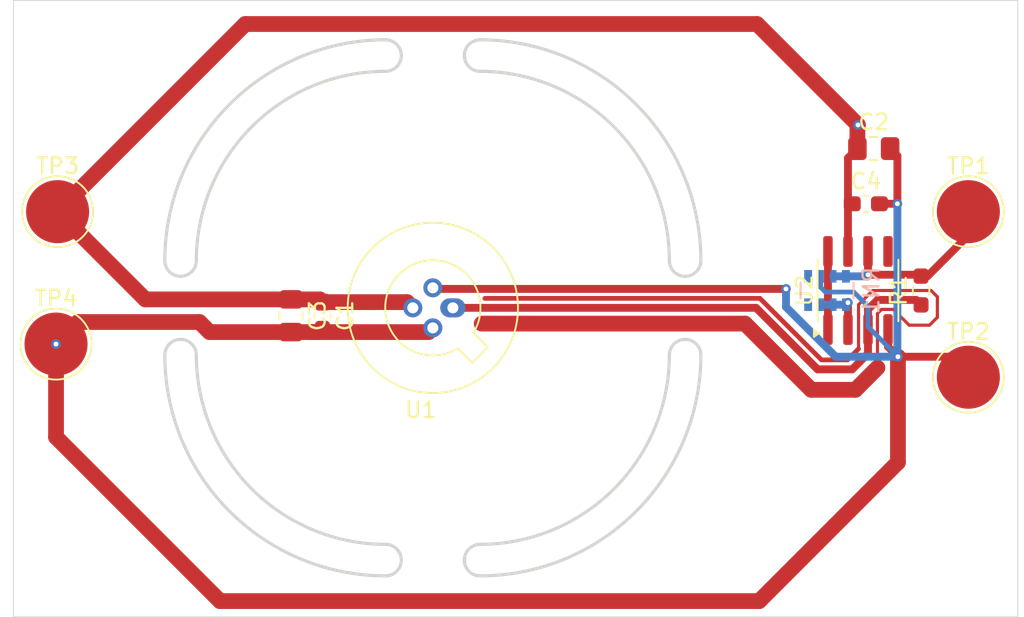
<source format=kicad_pcb>
(kicad_pcb (version 20240108) (generator "pcbnew") (generator_version "8.0")
  (layers (0 "F.Cu" signal) (31 "B.Cu" signal) (34 "B.Paste" user) (35 "F.Paste" user) (36 "B.SilkS" user "B.Silkscreen") (37 "F.SilkS" user "F.Silkscreen") (38 "B.Mask" user) (39 "F.Mask" user) (44 "Edge.Cuts" user))
  (net 0 "")
  (net 1 "vcc")
  (net 2 "GND")
  (net 3 "Net-(U2-+)")
  (net 4 "Net-(RN1-R1.2)")
  (net 6 "unconnected-(RN1-R4.2-Pad5)")
  (net 7 "Net-(RN1-R1.1)")
  (net 9 "Net-(U2-CP)")
  (footprint "Resistor_SMD:R_0603_1608Metric_Pad0.98x0.95mm_HandSolder" (layer "F.Cu") (at 230.965 98.9 90)
    (property "Reference" "R1" (at 0 -1.43 90) (layer "F.SilkS"))
    (property "Value" "1.8k")
    (fp_line (start -0.254724 -0.5225) (end 0.254724 -0.5225) (stroke (width 0.12)) (layer "F.SilkS"))
    (fp_line (start -0.254724 0.5225) (end 0.254724 0.5225) (stroke (width 0.12)) (layer "F.SilkS"))
    (pad "1" smd roundrect (at -0.9125 0 90) (size 0.975 0.95) (layers "F.Cu" "F.Paste" "F.Mask") (net 3 "Net-(U2-+)"))
    (pad "2" smd roundrect (at 0.9125 0 90) (size 0.975 0.95) (layers "F.Cu" "F.Paste" "F.Mask") (net 4 "Net-(RN1-R1.2)"))
  )
  (footprint "Package_TO_SOT_THT:Analog_TO-46-4_ThermalShield" (layer "F.Cu") (at 201.27 100 180)
    (property "Reference" "U1" (at 2.032 -6.477 0) (layer "F.SilkS"))
    (property "Value" "LM399")
    (fp_line (start -0.312331 -2.572281) (end -1.224499 -3.484448) (stroke (width 0.12)) (layer "F.SilkS"))
    (fp_line (start -1.224499 -3.484448) (end -2.214448 -2.494499) (stroke (width 0.12)) (layer "F.SilkS"))
    (fp_line (start -2.214448 -2.494499) (end -1.302281 -1.582331) (stroke (width 0.12)) (layer "F.SilkS"))
    (fp_arc (start -0.312331 -2.572281) (mid 3.405374 2.135551) (end -1.30215 -1.582544) (stroke (width 0.12)) (layer "F.SilkS"))
    (fp_circle (center 1.27 0) (end 6.67 0) (stroke (width 0.12)) (fill none) (layer "F.SilkS"))
    (pad "1" thru_hole oval (at 0 0 180) (size 1.6 1.2) (drill 0.7) (layers "*.Cu" "*.Mask") (net 3 "Net-(U2-+)"))
    (pad "2" thru_hole circle (at 1.27 1.27 180) (size 1.2 1.2) (drill 0.7) (layers "*.Cu" "*.Mask") (net 2 "GND"))
    (pad "3" thru_hole circle (at 2.54 0 180) (size 1.2 1.2) (drill 0.7) (layers "*.Cu" "*.Mask") (net 1 "vcc"))
    (pad "4" thru_hole circle (at 1.27 -1.27 180) (size 1.2 1.2) (drill 0.7) (layers "*.Cu" "*.Mask") (net 2 "GND"))
  )
  (footprint "TestPoint:TestPoint_Pad_D4.0mm" (layer "F.Cu") (at 176.1 102.3)
    (property "Reference" "TP4" (at 0 -2.898 360) (layer "F.SilkS"))
    (property "Value" "TestPoint")
    (fp_circle (center 0 0) (end 0 2.25) (stroke (width 0.12)) (fill none) (layer "F.SilkS"))
    (pad "1" smd circle (at 0 0) (size 4 4) (layers "F.Cu" "F.Mask") (net 2 "GND"))
  )
  (footprint "TestPoint:TestPoint_Pad_D4.0mm" (layer "F.Cu") (at 176.2 93.9)
    (property "Reference" "TP3" (at 0 -2.898 360) (layer "F.SilkS"))
    (property "Value" "TestPoint")
    (fp_circle (center 0 0) (end 0 2.25) (stroke (width 0.12)) (fill none) (layer "F.SilkS"))
    (pad "1" smd circle (at 0 0) (size 4 4) (layers "F.Cu" "F.Mask") (net 1 "vcc"))
  )
  (footprint "Capacitor_SMD:C_0603_1608Metric_Pad1.08x0.95mm_HandSolder" (layer "F.Cu") (at 227.465 93.4)
    (property "Reference" "C4" (at 0 -1.43 0) (layer "F.SilkS"))
    (property "Value" "100n")
    (fp_line (start -0.146267 -0.51) (end 0.146267 -0.51) (stroke (width 0.12)) (layer "F.SilkS"))
    (fp_line (start -0.146267 0.51) (end 0.146267 0.51) (stroke (width 0.12)) (layer "F.SilkS"))
    (pad "1" smd roundrect (at -0.8625 0) (size 1.075 0.95) (layers "F.Cu" "F.Paste" "F.Mask") (net 1 "vcc"))
    (pad "2" smd roundrect (at 0.8625 0) (size 1.075 0.95) (layers "F.Cu" "F.Paste" "F.Mask") (net 2 "GND"))
  )
  (footprint "Package_SO:SOIC-8_3.9x4.9mm_P1.27mm" (layer "F.Cu") (at 226.965 98.9 90)
    (property "Reference" "U2" (at 0 -3.4 90) (layer "F.SilkS"))
    (property "Value" "LTC2057")
    (fp_line (start 0 -2.56) (end 1.95 -2.56) (stroke (width 0.12)) (layer "F.SilkS"))
    (fp_line (start 0 -2.56) (end -1.95 -2.56) (stroke (width 0.12)) (layer "F.SilkS"))
    (fp_line (start 0 2.56) (end 1.95 2.56) (stroke (width 0.12)) (layer "F.SilkS"))
    (fp_line (start 0 2.56) (end -1.95 2.56) (stroke (width 0.12)) (layer "F.SilkS"))
    (fp_poly (pts (xy -2.7 -2.465) (xy -2.94 -2.795) (xy -2.46 -2.795) (xy -2.7 -2.465)) (stroke (width 0.12)) (fill solid) (layer "F.SilkS"))
    (pad "1" smd roundrect (at -2.475 -1.905 90) (size 1.95 0.6) (layers "F.Cu" "F.Paste" "F.Mask") (net 9 "Net-(U2-CP)"))
    (pad "2" smd roundrect (at -2.475 -0.635 90) (size 1.95 0.6) (layers "F.Cu" "F.Paste" "F.Mask") (net 7 "Net-(RN1-R1.1)"))
    (pad "3" smd roundrect (at -2.475 0.635 90) (size 1.95 0.6) (layers "F.Cu" "F.Paste" "F.Mask") (net 3 "Net-(U2-+)"))
    (pad "4" smd roundrect (at -2.475 1.905 90) (size 1.95 0.6) (layers "F.Cu" "F.Paste" "F.Mask") (net 2 "GND"))
    (pad "5" smd roundrect (at 2.475 1.905 90) (size 1.95 0.6) (layers "F.Cu" "F.Paste" "F.Mask"))
    (pad "6" smd roundrect (at 2.475 0.635 90) (size 1.95 0.6) (layers "F.Cu" "F.Paste" "F.Mask") (net 4 "Net-(RN1-R1.2)"))
    (pad "7" smd roundrect (at 2.475 -0.635 90) (size 1.95 0.6) (layers "F.Cu" "F.Paste" "F.Mask") (net 1 "vcc"))
    (pad "8" smd roundrect (at 2.475 -1.905 90) (size 1.95 0.6) (layers "F.Cu" "F.Paste" "F.Mask") (net 9 "Net-(U2-CP)"))
  )
  (footprint "Capacitor_SMD:C_0805_2012Metric_Pad1.18x1.45mm_HandSolder" (layer "F.Cu") (at 191 100.5 -90)
    (property "Reference" "C3" (at 0 -1.68 90) (layer "F.SilkS"))
    (property "Value" "2.2u")
    (fp_line (start -0.261252 0.735) (end 0.261252 0.735) (stroke (width 0.12)) (layer "F.SilkS"))
    (fp_line (start -0.261252 -0.735) (end 0.261252 -0.735) (stroke (width 0.12)) (layer "F.SilkS"))
    (pad "1" smd roundrect (at -1.0375 0 270) (size 1.175 1.45) (layers "F.Cu" "F.Paste" "F.Mask") (roundrect_rratio 0.212766) (net 1 "vcc"))
    (pad "2" smd roundrect (at 1.0375 0 270) (size 1.175 1.45) (layers "F.Cu" "F.Paste" "F.Mask") (roundrect_rratio 0.212766) (net 2 "GND"))
  )
  (footprint "TestPoint:TestPoint_Pad_D4.0mm" (layer "F.Cu") (at 233.965 93.9)
    (property "Reference" "TP1" (at 0 -2.898 360) (layer "F.SilkS"))
    (property "Value" "TestPoint")
    (fp_circle (center 0 0) (end 0 2.25) (stroke (width 0.12)) (fill none) (layer "F.SilkS"))
    (pad "1" smd circle (at 0 0) (size 4 4) (layers "F.Cu" "F.Mask") (net 4 "Net-(RN1-R1.2)"))
  )
  (footprint "Capacitor_SMD:C_0603_1608Metric_Pad1.08x0.95mm_HandSolder" (layer "F.Cu") (at 193 100.5 -90)
    (property "Reference" "C1" (at 0 -1.43 90) (layer "F.SilkS"))
    (property "Value" "100n")
    (fp_line (start -0.146267 0.51) (end 0.146267 0.51) (stroke (width 0.12)) (layer "F.SilkS"))
    (fp_line (start -0.146267 -0.51) (end 0.146267 -0.51) (stroke (width 0.12)) (layer "F.SilkS"))
    (pad "1" smd roundrect (at -0.8625 0 270) (size 1.075 0.95) (layers "F.Cu" "F.Paste" "F.Mask") (net 1 "vcc"))
    (pad "2" smd roundrect (at 0.8625 0 270) (size 1.075 0.95) (layers "F.Cu" "F.Paste" "F.Mask") (net 2 "GND"))
  )
  (footprint "Capacitor_SMD:C_0805_2012Metric_Pad1.18x1.45mm_HandSolder" (layer "F.Cu") (at 227.965 89.9)
    (property "Reference" "C2" (at 0 -1.68 0) (layer "F.SilkS"))
    (property "Value" "2.2u")
    (fp_line (start -0.261252 -0.735) (end 0.261252 -0.735) (stroke (width 0.12)) (layer "F.SilkS"))
    (fp_line (start -0.261252 0.735) (end 0.261252 0.735) (stroke (width 0.12)) (layer "F.SilkS"))
    (pad "1" smd roundrect (at -1.0375 0) (size 1.175 1.45) (layers "F.Cu" "F.Paste" "F.Mask") (roundrect_rratio 0.212766) (net 1 "vcc"))
    (pad "2" smd roundrect (at 1.0375 0) (size 1.175 1.45) (layers "F.Cu" "F.Paste" "F.Mask") (roundrect_rratio 0.212766) (net 2 "GND"))
  )
  (footprint "TestPoint:TestPoint_Pad_D4.0mm" (layer "F.Cu") (at 233.965 104.4)
    (property "Reference" "TP2" (at 0 -2.898 360) (layer "F.SilkS"))
    (property "Value" "TestPoint")
    (fp_circle (center 0 0) (end 0 2.25) (stroke (width 0.12)) (fill none) (layer "F.SilkS"))
    (pad "1" smd circle (at 0 0) (size 4 4) (layers "F.Cu" "F.Mask") (net 2 "GND"))
  )
  (footprint "Resistor_SMD:R_Array_Convex_4x0603" (layer "B.Cu") (at 225.0025 98.9 90)
    (property "Reference" "RN1" (at 0 2.8 90) (layer "B.SilkS") (effects (justify mirror)))
    (property "Value" "R_Pack04")
    (fp_line (start -0.5 -1.68) (end 0.5 -1.68) (stroke (width 0.12)) (layer "B.SilkS"))
    (fp_line (start -0.5 1.68) (end 0.5 1.68) (stroke (width 0.12)) (layer "B.SilkS"))
    (pad "1" smd rect (at -0.9 1.2 90) (size 0.8 0.5) (layers "B.Cu" "B.Paste" "B.Mask") (net 7 "Net-(RN1-R1.1)"))
    (pad "2" smd rect (at -0.9 0.4 90) (size 0.8 0.4) (layers "B.Cu" "B.Paste" "B.Mask") (net 7 "Net-(RN1-R1.1)"))
    (pad "3" smd rect (at -0.9 -0.4 90) (size 0.8 0.4) (layers "B.Cu" "B.Paste" "B.Mask") (net 7 "Net-(RN1-R1.1)"))
    (pad "4" smd rect (at -0.9 -1.2 90) (size 0.8 0.5) (layers "B.Cu" "B.Paste" "B.Mask"))
    (pad "5" smd rect (at 0.9 -1.2 90) (size 0.8 0.5) (layers "B.Cu" "B.Paste" "B.Mask") (net 6 "unconnected-(RN1-R4.2-Pad5)"))
    (pad "6" smd rect (at 0.9 -0.4 90) (size 0.8 0.4) (layers "B.Cu" "B.Paste" "B.Mask") (net 2 "GND"))
    (pad "7" smd rect (at 0.9 0.4 90) (size 0.8 0.4) (layers "B.Cu" "B.Paste" "B.Mask") (net 4 "Net-(RN1-R1.2)"))
    (pad "8" smd rect (at 0.9 1.2 90) (size 0.8 0.5) (layers "B.Cu" "B.Paste" "B.Mask") (net 4 "Net-(RN1-R1.2)"))
  )
  (gr_arc (start 197 115) (mid 188.514719 111.485281) (end 185 103) (stroke (width 0.2)) (layer "Edge.Cuts"))
  (gr_arc (start 203 85) (mid 202 84) (end 203 83) (stroke (width 0.2)) (layer "Edge.Cuts"))
  (gr_arc (start 203 117) (mid 202 116) (end 203 115) (stroke (width 0.2)) (layer "Edge.Cuts"))
  (gr_arc (start 217 97) (mid 216 98) (end 215 97) (stroke (width 0.2)) (layer "Edge.Cuts"))
  (gr_arc (start 185 97) (mid 184 98) (end 183 97) (stroke (width 0.2)) (layer "Edge.Cuts"))
  (gr_arc (start 183 103) (mid 184 102) (end 185 103) (stroke (width 0.2)) (layer "Edge.Cuts"))
  (gr_arc (start 197 83) (mid 198 84) (end 197 85) (stroke (width 0.2)) (layer "Edge.Cuts"))
  (gr_arc (start 217 103) (mid 212.899495 112.899495) (end 203 117) (stroke (width 0.2)) (layer "Edge.Cuts"))
  (gr_rect (start 173.4 80.5) (end 237.1 119.6) (stroke (width 0.05)) (fill none) (layer "Edge.Cuts"))
  (gr_arc (start 197 117) (mid 187.100505 112.899495) (end 183 103) (stroke (width 0.2)) (layer "Edge.Cuts"))
  (gr_arc (start 197 115) (mid 198 116) (end 197 117) (stroke (width 0.2)) (layer "Edge.Cuts"))
  (gr_arc (start 185 97) (mid 188.514719 88.514719) (end 197 85) (stroke (width 0.2)) (layer "Edge.Cuts"))
  (gr_arc (start 215 103) (mid 216 102) (end 217 103) (stroke (width 0.2)) (layer "Edge.Cuts"))
  (gr_arc (start 203 83) (mid 212.899495 87.100505) (end 217 97) (stroke (width 0.2)) (layer "Edge.Cuts"))
  (gr_arc (start 203 85) (mid 211.485281 88.514719) (end 215 97) (stroke (width 0.2)) (layer "Edge.Cuts"))
  (gr_arc (start 183 97) (mid 187.100505 87.100505) (end 197 83) (stroke (width 0.2)) (layer "Edge.Cuts"))
  (gr_arc (start 215 103) (mid 211.485281 111.485281) (end 203 115) (stroke (width 0.2)) (layer "Edge.Cuts"))
  (segment (start 226.965 88.4) (end 226.9275 88.4375) (width 0.5) (layer "F.Cu") (net 1))
  (segment (start 226.9275 88.4375) (end 226.9275 89.9) (width 1) (layer "F.Cu") (net 1))
  (segment (start 176.2 93.9) (end 188.102249 81.997751) (width 1) (layer "F.Cu") (net 1))
  (segment (start 198.3675 99.6375) (end 198.73 100) (width 1) (layer "F.Cu") (net 1))
  (segment (start 176.2 93.9) (end 181.7625 99.4625) (width 1) (layer "F.Cu") (net 1))
  (segment (start 193 99.6375) (end 198.3675 99.6375) (width 1) (layer "F.Cu") (net 1))
  (segment (start 188.102249 81.997751) (end 220.562751 81.997751) (width 1) (layer "F.Cu") (net 1))
  (segment (start 191 99.4625) (end 192.825 99.4625) (width 1) (layer "F.Cu") (net 1))
  (segment (start 226.33 90.4975) (end 226.33 96.425) (width 0.5) (layer "F.Cu") (net 1))
  (segment (start 226.9275 89.9) (end 226.33 90.4975) (width 0.5) (layer "F.Cu") (net 1))
  (segment (start 192.825 99.4625) (end 193 99.6375) (width 1) (layer "F.Cu") (net 1))
  (segment (start 181.7625 99.4625) (end 191 99.4625) (width 1) (layer "F.Cu") (net 1))
  (segment (start 220.562751 81.997751) (end 226.965 88.4) (width 1) (layer "F.Cu") (net 1))
  (via (at 226.965 88.4) (size 0.6) (drill 0.3) (layers "F.Cu" "B.Cu") (net 1))
  (segment (start 229.465 93.4) (end 229.465 90.3625) (width 0.5) (layer "F.Cu") (net 2))
  (segment (start 185.2 100.9) (end 185.8375 101.5375) (width 1) (layer "F.Cu") (net 2))
  (segment (start 220.7 118.6) (end 186.5 118.6) (width 1) (layer "F.Cu") (net 2))
  (segment (start 229.5 103.102082) (end 229.5 103.1) (width 1) (layer "F.Cu") (net 2))
  (segment (start 229.465 93.4) (end 228.3275 93.4) (width 0.5) (layer "F.Cu") (net 2))
  (segment (start 200.07 98.8) (end 222.4 98.8) (width 0.5) (layer "F.Cu") (net 2))
  (segment (start 199.7325 101.5375) (end 200 101.27) (width 1) (layer "F.Cu") (net 2))
  (segment (start 233.965 104.4) (end 232.667082 103.102082) (width 0.5) (layer "F.Cu") (net 2))
  (segment (start 192.825 101.5375) (end 193 101.3625) (width 1) (layer "F.Cu") (net 2))
  (segment (start 192.3 101.5375) (end 192.825 101.5375) (width 1) (layer "F.Cu") (net 2))
  (segment (start 186.5 118.6) (end 176.1 108.2) (width 1) (layer "F.Cu") (net 2))
  (segment (start 232.667082 103.102082) (end 229.5 103.102082) (width 0.5) (layer "F.Cu") (net 2))
  (segment (start 229.5 103.102082) (end 229.5 109.8) (width 1) (layer "F.Cu") (net 2))
  (segment (start 192.3 101.5375) (end 199.7325 101.5375) (width 1) (layer "F.Cu") (net 2))
  (segment (start 229.5 103.102082) (end 228.87 102.472082) (width 0.5) (layer "F.Cu") (net 2))
  (segment (start 185.8375 101.5375) (end 192.3 101.5375) (width 1) (layer "F.Cu") (net 2))
  (segment (start 176.1 108.2) (end 176.1 102.3) (width 1) (layer "F.Cu") (net 2))
  (segment (start 176.1 102.3) (end 177.5 100.9) (width 1) (layer "F.Cu") (net 2))
  (segment (start 229.465 90.3625) (end 229.0025 89.9) (width 0.5) (layer "F.Cu") (net 2))
  (segment (start 177.5 100.9) (end 185.2 100.9) (width 1) (layer "F.Cu") (net 2))
  (segment (start 200 98.73) (end 200.07 98.8) (width 0.5) (layer "F.Cu") (net 2))
  (segment (start 229.5 109.8) (end 220.7 118.6) (width 1) (layer "F.Cu") (net 2))
  (segment (start 228.87 102.472082) (end 228.87 101.375) (width 0.5) (layer "F.Cu") (net 2))
  (via (at 176.1 102.3) (size 0.6) (drill 0.3) (layers "F.Cu" "B.Cu") (net 2))
  (via (at 222.4 98.8) (size 0.6) (drill 0.3) (layers "F.Cu" "B.Cu") (net 2))
  (via (at 229.5 103.102082) (size 0.6) (drill 0.3) (layers "F.Cu" "B.Cu") (net 2))
  (via (at 229.465 93.4) (size 0.6) (drill 0.3) (layers "F.Cu" "B.Cu") (net 2))
  (segment (start 229.5 103.102082) (end 229.465 103.067082) (width 0.5) (layer "B.Cu") (net 2))
  (segment (start 227.6 99.9) (end 227.6 101.198959) (width 0.3) (layer "B.Cu") (net 2))
  (segment (start 225.5525 103.1) (end 222.4 99.9475) (width 0.5) (layer "B.Cu") (net 2))
  (segment (start 227.6 101.198959) (end 227.598959 101.2) (width 0.3) (layer "B.Cu") (net 2))
  (segment (start 229.5 103.101041) (end 229.5 103.102082) (width 0.3) (layer "B.Cu") (net 2))
  (segment (start 226.7 99) (end 227.6 99.9) (width 0.3) (layer "B.Cu") (net 2))
  (segment (start 229.5 103.102082) (end 229.497918 103.1) (width 0.5) (layer "B.Cu") (net 2))
  (segment (start 227.598959 101.2) (end 229.5 103.101041) (width 0.3) (layer "B.Cu") (net 2))
  (segment (start 224.6025 98.7) (end 224.9025 99) (width 0.3) (layer "B.Cu") (net 2))
  (segment (start 224.6025 98) (end 224.6025 98.7) (width 0.3) (layer "B.Cu") (net 2))
  (segment (start 224.9025 99) (end 226.7 99) (width 0.3) (layer "B.Cu") (net 2))
  (segment (start 222.4 99.9475) (end 222.4 98.8) (width 0.5) (layer "B.Cu") (net 2))
  (segment (start 229.465 103.067082) (end 229.465 93.4) (width 0.5) (layer "B.Cu") (net 2))
  (segment (start 229.497918 103.1) (end 225.5525 103.1) (width 0.5) (layer "B.Cu") (net 2))
  (segment (start 227.6 101.375) (end 227.6 100.1) (width 0.5) (layer "F.Cu") (net 3))
  (segment (start 227.6 102.9) (end 226.6 103.9) (width 0.5) (layer "F.Cu") (net 3))
  (segment (start 224.4 103.9) (end 220.5 100) (width 0.5) (layer "F.Cu") (net 3))
  (segment (start 226.6 103.9) (end 224.4 103.9) (width 0.5) (layer "F.Cu") (net 3))
  (segment (start 220.5 100) (end 201.27 100) (width 0.5) (layer "F.Cu") (net 3))
  (segment (start 227.6 101.375) (end 227.6 102.9) (width 0.5) (layer "F.Cu") (net 3))
  (segment (start 228.2 99.5) (end 230.6525 99.5) (width 0.5) (layer "F.Cu") (net 3))
  (segment (start 230.6525 99.5) (end 230.965 99.8125) (width 0.5) (layer "F.Cu") (net 3))
  (segment (start 227.6 100.1) (end 228.2 99.5) (width 0.5) (layer "F.Cu") (net 3))
  (segment (start 231.3775 97.9875) (end 233.965 95.4) (width 0.5) (layer "F.Cu") (net 4))
  (segment (start 233.965 95.4) (end 233.965 93.9) (width 0.5) (layer "F.Cu") (net 4))
  (segment (start 230.965 97.9875) (end 231.3775 97.9875) (width 0.5) (layer "F.Cu") (net 4))
  (segment (start 227.6 97.9) (end 230.8775 97.9) (width 0.5) (layer "F.Cu") (net 4))
  (segment (start 230.8775 97.9) (end 230.965 97.9875) (width 0.5) (layer "F.Cu") (net 4))
  (segment (start 227.6 97.9) (end 227.6 96.425) (width 0.5) (layer "F.Cu") (net 4))
  (via (at 227.6 97.9) (size 0.6) (drill 0.3) (layers "F.Cu" "B.Cu") (net 4))
  (segment (start 226.2025 98) (end 227.5 98) (width 0.5) (layer "B.Cu") (net 4))
  (segment (start 227.5 98) (end 227.6 97.9) (width 0.5) (layer "B.Cu") (net 4))
  (segment (start 225.4025 98) (end 226.2025 98) (width 0.5) (layer "B.Cu") (net 4))
  (segment (start 229.210552 100.1) (end 230.210552 101.1) (width 0.2) (layer "F.Cu") (net 6))
  (segment (start 227 102.6) (end 227 102.5) (width 0.2) (layer "F.Cu") (net 6))
  (segment (start 220.748528 99.4) (end 224.648528 103.3) (width 0.3) (layer "F.Cu") (net 6))
  (segment (start 232 99.3) (end 231.6 98.9) (width 0.2) (layer "F.Cu") (net 6))
  (segment (start 232 100.6) (end 232 99.3) (width 0.2) (layer "F.Cu") (net 6))
  (segment (start 226.8 105.2) (end 224 105.2) (width 1) (layer "F.Cu") (net 6))
  (segment (start 230.210552 101.1) (end 231.5 101.1) (width 0.2) (layer "F.Cu") (net 6))
  (segment (start 227.9 98.9) (end 227 99.8) (width 0.2) (layer "F.Cu") (net 6))
  (segment (start 228.459448 100.1) (end 229.210552 100.1) (width 0.2) (layer "F.Cu") (net 6))
  (segment (start 224 105.2) (end 219.8 101) (width 1) (layer "F.Cu") (net 6))
  (segment (start 228.2 100.359448) (end 228.459448 100.1) (width 0.2) (layer "F.Cu") (net 6))
  (segment (start 203.3 99.4) (end 220.748528 99.4) (width 0.3) (layer "F.Cu") (net 6))
  (segment (start 224.648528 103.3) (end 226.3 103.3) (width 0.3) (layer "F.Cu") (net 6))
  (segment (start 219.8 101) (end 203.1 101) (width 1) (layer "F.Cu") (net 6))
  (segment (start 227 99.8) (end 227 102.6) (width 0.2) (layer "F.Cu") (net 6))
  (segment (start 231.5 101.1) (end 232 100.6) (width 0.2) (layer "F.Cu") (net 6))
  (segment (start 226.3 103.3) (end 227 102.6) (width 0.3) (layer "F.Cu") (net 6))
  (segment (start 228.2 103.8) (end 228.2 100.359448) (width 0.2) (layer "F.Cu") (net 6))
  (segment (start 231.6 98.9) (end 227.9 98.9) (width 0.2) (layer "F.Cu") (net 6))
  (segment (start 228.2 103.8) (end 226.8 105.2) (width 1) (layer "F.Cu") (net 6))
  (segment (start 226.33 99.67) (end 226.33 101.375) (width 0.5) (layer "F.Cu") (net 7))
  (via (at 226.33 99.67) (size 0.6) (drill 0.3) (layers "F.Cu" "B.Cu") (net 7))
  (segment (start 226.2 99.8) (end 224.6025 99.8) (width 0.5) (layer "B.Cu") (net 7))
  (segment (start 226.33 99.67) (end 226.2 99.8) (width 0.5) (layer "B.Cu") (net 7))
  (segment (start 225.06 96.425) (end 225.06 101.375) (width 0.5) (layer "F.Cu") (net 9))
)
</source>
